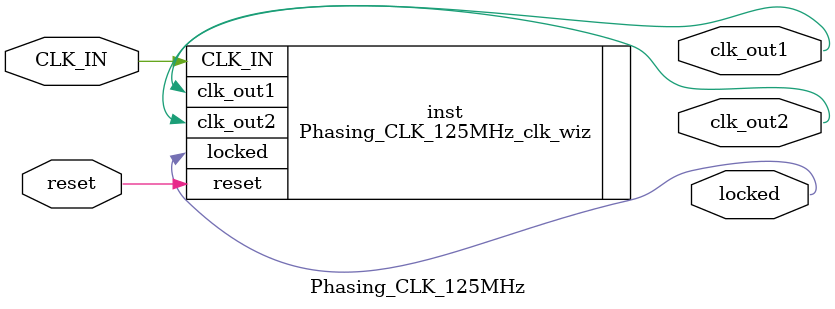
<source format=v>


`timescale 1ps/1ps

(* CORE_GENERATION_INFO = "Phasing_CLK_125MHz,clk_wiz_v5_4_1_0,{component_name=Phasing_CLK_125MHz,use_phase_alignment=true,use_min_o_jitter=false,use_max_i_jitter=false,use_dyn_phase_shift=false,use_inclk_switchover=false,use_dyn_reconfig=false,enable_axi=0,feedback_source=FDBK_AUTO,PRIMITIVE=MMCM,num_out_clk=2,clkin1_period=8.000,clkin2_period=10.000,use_power_down=false,use_reset=true,use_locked=true,use_inclk_stopped=false,feedback_type=SINGLE,CLOCK_MGR_TYPE=NA,manual_override=false}" *)

module Phasing_CLK_125MHz 
 (
  // Clock out ports
  output        clk_out1,
  output        clk_out2,
  // Status and control signals
  input         reset,
  output        locked,
 // Clock in ports
  input         CLK_IN
 );

  Phasing_CLK_125MHz_clk_wiz inst
  (
  // Clock out ports  
  .clk_out1(clk_out1),
  .clk_out2(clk_out2),
  // Status and control signals               
  .reset(reset), 
  .locked(locked),
 // Clock in ports
  .CLK_IN(CLK_IN)
  );

endmodule

</source>
